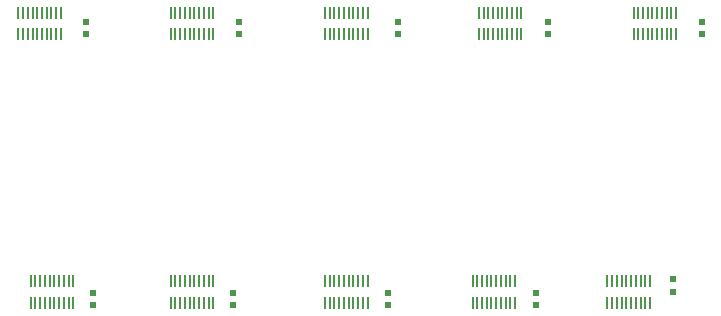
<source format=gbr>
%TF.GenerationSoftware,KiCad,Pcbnew,8.0.1*%
%TF.CreationDate,2024-06-10T14:17:39+05:30*%
%TF.ProjectId,GPIO HAT 1,4750494f-2048-4415-9420-312e6b696361,rev?*%
%TF.SameCoordinates,Original*%
%TF.FileFunction,Paste,Top*%
%TF.FilePolarity,Positive*%
%FSLAX46Y46*%
G04 Gerber Fmt 4.6, Leading zero omitted, Abs format (unit mm)*
G04 Created by KiCad (PCBNEW 8.0.1) date 2024-06-10 14:17:39*
%MOMM*%
%LPD*%
G01*
G04 APERTURE LIST*
%ADD10R,0.500000X0.475000*%
%ADD11R,0.200000X1.000000*%
G04 APERTURE END LIST*
D10*
%TO.C,R6*%
X114342000Y-98150400D03*
X114342000Y-97126400D03*
%TD*%
D11*
%TO.C,U10*%
X132099400Y-120849800D03*
X132499400Y-120849800D03*
X132899400Y-120849800D03*
X133299400Y-120849800D03*
X133699400Y-120849800D03*
X134099400Y-120849800D03*
X134499400Y-120849800D03*
X134899400Y-120849800D03*
X135299400Y-120849800D03*
X135699400Y-120849800D03*
X135699400Y-119049800D03*
X135299400Y-119049800D03*
X134899400Y-119049800D03*
X134499400Y-119049800D03*
X134099400Y-119049800D03*
X133699400Y-119049800D03*
X133299400Y-119049800D03*
X132899400Y-119049800D03*
X132499400Y-119049800D03*
X132099400Y-119049800D03*
%TD*%
D10*
%TO.C,R3*%
X100431600Y-121035000D03*
X100431600Y-120011000D03*
%TD*%
D11*
%TO.C,U6*%
X108185200Y-98145600D03*
X108585200Y-98145600D03*
X108985200Y-98145600D03*
X109385200Y-98145600D03*
X109785200Y-98145600D03*
X110185200Y-98145600D03*
X110585200Y-98145600D03*
X110985200Y-98145600D03*
X111385200Y-98145600D03*
X111785200Y-98145600D03*
X111785200Y-96345600D03*
X111385200Y-96345600D03*
X110985200Y-96345600D03*
X110585200Y-96345600D03*
X110185200Y-96345600D03*
X109785200Y-96345600D03*
X109385200Y-96345600D03*
X108985200Y-96345600D03*
X108585200Y-96345600D03*
X108185200Y-96345600D03*
%TD*%
D10*
%TO.C,R10*%
X137668000Y-118893400D03*
X137668000Y-119917400D03*
%TD*%
D11*
%TO.C,U7*%
X121212200Y-98145600D03*
X121612200Y-98145600D03*
X122012200Y-98145600D03*
X122412200Y-98145600D03*
X122812200Y-98145600D03*
X123212200Y-98145600D03*
X123612200Y-98145600D03*
X124012200Y-98145600D03*
X124412200Y-98145600D03*
X124812200Y-98145600D03*
X124812200Y-96345600D03*
X124412200Y-96345600D03*
X124012200Y-96345600D03*
X123612200Y-96345600D03*
X123212200Y-96345600D03*
X122812200Y-96345600D03*
X122412200Y-96345600D03*
X122012200Y-96345600D03*
X121612200Y-96345600D03*
X121212200Y-96345600D03*
%TD*%
D10*
%TO.C,R8*%
X126034800Y-121035000D03*
X126034800Y-120011000D03*
%TD*%
D11*
%TO.C,U1*%
X83267800Y-120849800D03*
X83667800Y-120849800D03*
X84067800Y-120849800D03*
X84467800Y-120849800D03*
X84867800Y-120849800D03*
X85267800Y-120849800D03*
X85667800Y-120849800D03*
X86067800Y-120849800D03*
X86467800Y-120849800D03*
X86867800Y-120849800D03*
X86867800Y-119049800D03*
X86467800Y-119049800D03*
X86067800Y-119049800D03*
X85667800Y-119049800D03*
X85267800Y-119049800D03*
X84867800Y-119049800D03*
X84467800Y-119049800D03*
X84067800Y-119049800D03*
X83667800Y-119049800D03*
X83267800Y-119049800D03*
%TD*%
D10*
%TO.C,R5*%
X113538000Y-121035000D03*
X113538000Y-120011000D03*
%TD*%
D11*
%TO.C,U2*%
X82223200Y-98145600D03*
X82623200Y-98145600D03*
X83023200Y-98145600D03*
X83423200Y-98145600D03*
X83823200Y-98145600D03*
X84223200Y-98145600D03*
X84623200Y-98145600D03*
X85023200Y-98145600D03*
X85423200Y-98145600D03*
X85823200Y-98145600D03*
X85823200Y-96345600D03*
X85423200Y-96345600D03*
X85023200Y-96345600D03*
X84623200Y-96345600D03*
X84223200Y-96345600D03*
X83823200Y-96345600D03*
X83423200Y-96345600D03*
X83023200Y-96345600D03*
X82623200Y-96345600D03*
X82223200Y-96345600D03*
%TD*%
D10*
%TO.C,R1*%
X88569800Y-121035000D03*
X88569800Y-120011000D03*
%TD*%
D11*
%TO.C,U9*%
X134309000Y-98145600D03*
X134709000Y-98145600D03*
X135109000Y-98145600D03*
X135509000Y-98145600D03*
X135909000Y-98145600D03*
X136309000Y-98145600D03*
X136709000Y-98145600D03*
X137109000Y-98145600D03*
X137509000Y-98145600D03*
X137909000Y-98145600D03*
X137909000Y-96345600D03*
X137509000Y-96345600D03*
X137109000Y-96345600D03*
X136709000Y-96345600D03*
X136309000Y-96345600D03*
X135909000Y-96345600D03*
X135509000Y-96345600D03*
X135109000Y-96345600D03*
X134709000Y-96345600D03*
X134309000Y-96345600D03*
%TD*%
D10*
%TO.C,R7*%
X127028200Y-98150400D03*
X127028200Y-97126400D03*
%TD*%
%TO.C,R4*%
X100923000Y-98150400D03*
X100923000Y-97126400D03*
%TD*%
D11*
%TO.C,U8*%
X120675600Y-120849800D03*
X121075600Y-120849800D03*
X121475600Y-120849800D03*
X121875600Y-120849800D03*
X122275600Y-120849800D03*
X122675600Y-120849800D03*
X123075600Y-120849800D03*
X123475600Y-120849800D03*
X123875600Y-120849800D03*
X124275600Y-120849800D03*
X124275600Y-119049800D03*
X123875600Y-119049800D03*
X123475600Y-119049800D03*
X123075600Y-119049800D03*
X122675600Y-119049800D03*
X122275600Y-119049800D03*
X121875600Y-119049800D03*
X121475600Y-119049800D03*
X121075600Y-119049800D03*
X120675600Y-119049800D03*
%TD*%
%TO.C,U5*%
X108185200Y-120849800D03*
X108585200Y-120849800D03*
X108985200Y-120849800D03*
X109385200Y-120849800D03*
X109785200Y-120849800D03*
X110185200Y-120849800D03*
X110585200Y-120849800D03*
X110985200Y-120849800D03*
X111385200Y-120849800D03*
X111785200Y-120849800D03*
X111785200Y-119049800D03*
X111385200Y-119049800D03*
X110985200Y-119049800D03*
X110585200Y-119049800D03*
X110185200Y-119049800D03*
X109785200Y-119049800D03*
X109385200Y-119049800D03*
X108985200Y-119049800D03*
X108585200Y-119049800D03*
X108185200Y-119049800D03*
%TD*%
D10*
%TO.C,R9*%
X140062400Y-98150400D03*
X140062400Y-97126400D03*
%TD*%
D11*
%TO.C,U4*%
X95123200Y-98145600D03*
X95523200Y-98145600D03*
X95923200Y-98145600D03*
X96323200Y-98145600D03*
X96723200Y-98145600D03*
X97123200Y-98145600D03*
X97523200Y-98145600D03*
X97923200Y-98145600D03*
X98323200Y-98145600D03*
X98723200Y-98145600D03*
X98723200Y-96345600D03*
X98323200Y-96345600D03*
X97923200Y-96345600D03*
X97523200Y-96345600D03*
X97123200Y-96345600D03*
X96723200Y-96345600D03*
X96323200Y-96345600D03*
X95923200Y-96345600D03*
X95523200Y-96345600D03*
X95123200Y-96345600D03*
%TD*%
D10*
%TO.C,R2*%
X87914800Y-98150400D03*
X87914800Y-97126400D03*
%TD*%
D11*
%TO.C,U3*%
X95123200Y-120849800D03*
X95523200Y-120849800D03*
X95923200Y-120849800D03*
X96323200Y-120849800D03*
X96723200Y-120849800D03*
X97123200Y-120849800D03*
X97523200Y-120849800D03*
X97923200Y-120849800D03*
X98323200Y-120849800D03*
X98723200Y-120849800D03*
X98723200Y-119049800D03*
X98323200Y-119049800D03*
X97923200Y-119049800D03*
X97523200Y-119049800D03*
X97123200Y-119049800D03*
X96723200Y-119049800D03*
X96323200Y-119049800D03*
X95923200Y-119049800D03*
X95523200Y-119049800D03*
X95123200Y-119049800D03*
%TD*%
M02*

</source>
